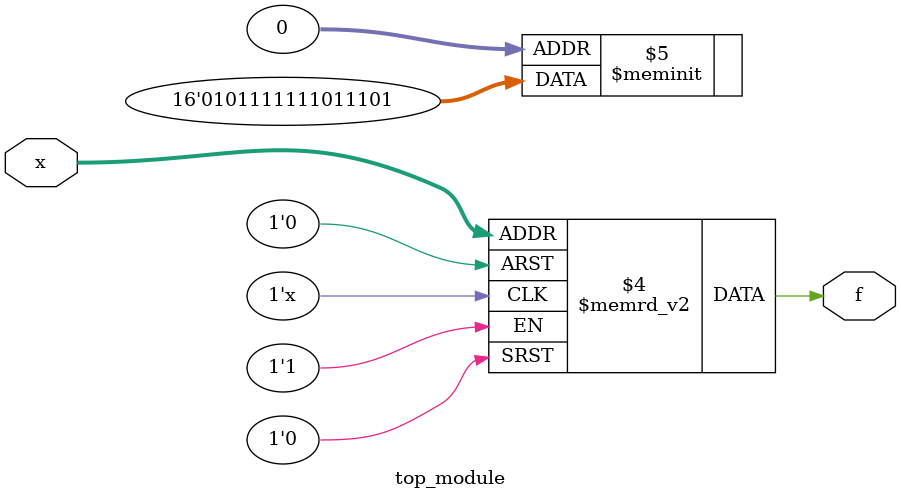
<source format=sv>
module top_module (
    input [4:1] x,
    output logic f
);

always_comb begin
    case ({x[4], x[3], x[2], x[1]})
        4'b0001: f = 1'b0;
        4'b0011: f = 1'b1;
        4'b0101: f = 1'b0;
        4'b0111: f = 1'b1;
        4'b1001: f = 1'b1;
        4'b1011: f = 1'b1;
        4'b1101: f = 1'b0;
        4'b1111: f = 1'b0;
        default: f = 1'b1; // x[3] is a don't-care, so we can choose any value for f
    endcase
end

endmodule

</source>
